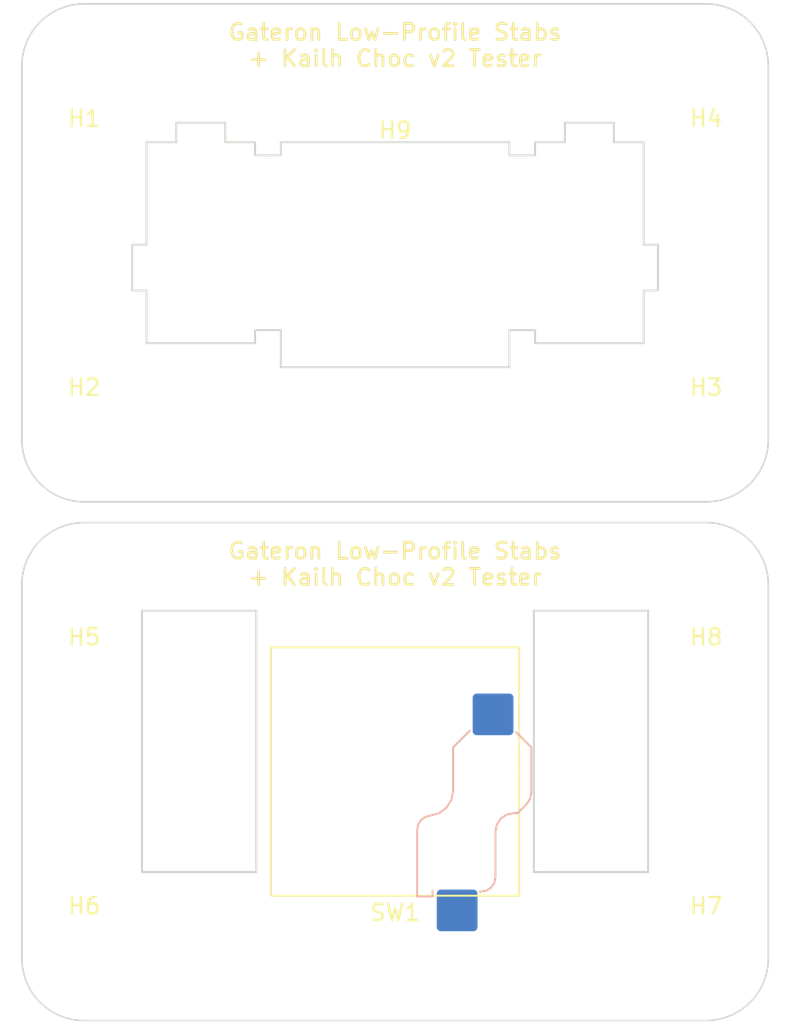
<source format=kicad_pcb>
(kicad_pcb (version 20211014) (generator pcbnew)
  (layers (0 "F.Cu" signal) (31 "B.Cu" signal) (34 "B.Paste" user) (35 "F.Paste" user) (36 "B.SilkS" user "B.Silkscreen") (37 "F.SilkS" user "F.Silkscreen") (38 "B.Mask" user) (39 "F.Mask" user) (44 "Edge.Cuts" user))
  (net 0 "")
  (footprint "MountingHole:MountingHole_2.2mm_M2" (layer "F.Cu") (at 146.05 138.43)
    (fp_text reference "H7" (at 0 -3.2) (layer "F.SilkS"))
    (fp_text value "MountingHole")
    (pad "" np_thru_hole circle (at 0 0) (size 2.2 2.2) (drill 2.2) (layers *.Cu *.Mask))
  )
  (footprint "MountingHole:MountingHole_2.2mm_M2" (layer "F.Cu") (at 107.95 106.68)
    (fp_text reference "H2" (at 0 -3.2) (layer "F.SilkS"))
    (fp_text value "MountingHole")
    (pad "" np_thru_hole circle (at 0 0) (size 2.2 2.2) (drill 2.2) (layers *.Cu *.Mask))
  )
  (footprint "MountingHole:MountingHole_2.2mm_M2" (layer "F.Cu") (at 146.05 106.68)
    (fp_text reference "H3" (at 0 -3.2) (layer "F.SilkS"))
    (fp_text value "MountingHole")
    (pad "" np_thru_hole circle (at 0 0) (size 2.2 2.2) (drill 2.2) (layers *.Cu *.Mask))
  )
  (footprint "MountingHole:MountingHole_2.2mm_M2" (layer "F.Cu") (at 146.05 115.57 180)
    (fp_text reference "H8" (at 0 -3.2) (layer "F.SilkS"))
    (fp_text value "MountingHole")
    (pad "" np_thru_hole circle (at 0 0 180) (size 2.2 2.2) (drill 2.2) (layers *.Cu *.Mask))
  )
  (footprint "Switch_Keyboard_Hotswap_Kailh_mine:SW_Hotswap_Kailh_Choc_V2_2.00u_90deg_Gateron_LP_Stabs" (layer "F.Cu") (at 127 127 -90)
    (fp_text reference "SW1" (at 8.636 0) (layer "F.SilkS"))
    (fp_text value "SW_Push")
    (fp_line (start 7.092 -5.892) (end 7.281 -5.609) (layer "B.SilkS") (width 0.12))
    (fp_line (start 2.633 -6.844) (end 2.877 -6.477) (layer "B.SilkS") (width 0.12))
    (fp_line (start 1.268 -8.346) (end 1.671 -8.266) (layer "B.SilkS") (width 0.12))
    (fp_line (start 1.671 -8.266) (end 2.013 -8.037) (layer "B.SilkS") (width 0.12))
    (fp_line (start 6.809 -6.081) (end 7.092 -5.892) (layer "B.SilkS") (width 0.12))
    (fp_line (start 6.482 -6.146) (end 6.809 -6.081) (layer "B.SilkS") (width 0.12))
    (fp_line (start 3.25 -1.413) (end 2.976 -1.583) (layer "B.SilkS") (width 0.12))
    (fp_line (start 1.168 -3.554) (end -1.479 -3.554) (layer "B.SilkS") (width 0.12))
    (fp_line (start 2.877 -6.477) (end 3.244 -6.233) (layer "B.SilkS") (width 0.12))
    (fp_line (start 2.976 -1.583) (end 2.783 -1.841) (layer "B.SilkS") (width 0.12))
    (fp_line (start -1.479 -3.554) (end -2.5 -4.575) (layer "B.SilkS") (width 0.12))
    (fp_line (start 2.546 -7.504) (end 2.546 -7.282) (layer "B.SilkS") (width 0.12))
    (fp_line (start 1.73 -3.449) (end 1.168 -3.554) (layer "B.SilkS") (width 0.12))
    (fp_line (start 2.547 -2.697) (end 2.209 -3.15) (layer "B.SilkS") (width 0.12))
    (fp_line (start 2.209 -3.15) (end 1.73 -3.449) (layer "B.SilkS") (width 0.12))
    (fp_line (start -1.479 -8.346) (end 1.268 -8.346) (layer "B.SilkS") (width 0.12))
    (fp_line (start 3.682 -6.146) (end 6.482 -6.146) (layer "B.SilkS") (width 0.12))
    (fp_line (start 2.546 -7.282) (end 2.633 -6.844) (layer "B.SilkS") (width 0.12))
    (fp_line (start 7.281 -5.609) (end 7.366 -5.182) (layer "B.SilkS") (width 0.12))
    (fp_line (start -2.416 -7.409) (end -1.479 -8.346) (layer "B.SilkS") (width 0.12))
    (fp_line (start 7.646 -1.354) (end 3.56 -1.354) (layer "B.SilkS") (width 0.12))
    (fp_line (start 7.646 -2.296) (end 7.646 -1.354) (layer "B.SilkS") (width 0.12))
    (fp_line (start 7.283 -2.296) (end 7.646 -2.296) (layer "B.SilkS") (width 0.12))
    (fp_line (start 3.244 -6.233) (end 3.682 -6.146) (layer "B.SilkS") (width 0.12))
    (fp_line (start 2.013 -8.037) (end 2.546 -7.504) (layer "B.SilkS") (width 0.12))
    (fp_line (start 2.701 -2.139) (end 2.547 -2.697) (layer "B.SilkS") (width 0.12))
    (fp_line (start 3.56 -1.354) (end 3.25 -1.413) (layer "B.SilkS") (width 0.12))
    (fp_line (start 2.783 -1.841) (end 2.701 -2.139) (layer "B.SilkS") (width 0.12))
    (fp_line (start -7.6 -7.6) (end -7.6 7.6) (layer "F.SilkS") (width 0.12))
    (fp_line (start 7.6 -7.6) (end -7.6 -7.6) (layer "F.SilkS") (width 0.12))
    (fp_line (start 7.6 7.6) (end 7.6 -7.6) (layer "F.SilkS") (width 0.12))
    (fp_line (start -7.6 7.6) (end 7.6 7.6) (layer "F.SilkS") (width 0.12))
    (fp_line (start 6.15 15.5) (end -9.85 15.5) (layer "Edge.Cuts") (width 0.12))
    (fp_line (start -9.85 -15.5) (end -9.85 -8.5) (layer "Edge.Cuts") (width 0.12))
    (fp_line (start -9.85 8.5) (end 6.15 8.5) (layer "Edge.Cuts") (width 0.12))
    (fp_line (start 6.15 8.5) (end 6.15 15.5) (layer "Edge.Cuts") (width 0.12))
    (fp_line (start 6.15 -15.5) (end 6.15 -8.5) (layer "Edge.Cuts") (width 0.12))
    (fp_line (start 6.15 -15.5) (end -9.85 -15.5) (layer "Edge.Cuts") (width 0.12))
    (fp_line (start 6.15 -8.5) (end -9.85 -8.5) (layer "Edge.Cuts") (width 0.12))
    (fp_line (start -9.85 15.5) (end -9.85 8.5) (layer "Edge.Cuts") (width 0.12))
    (pad "" np_thru_hole circle (at 5 -3.8 270) (size 3.05 3.05) (drill 3.05) (layers *.Cu *.Mask))
    (pad "" np_thru_hole circle (at 0 -5.9 270) (size 3.05 3.05) (drill 3.05) (layers *.Cu *.Mask))
    (pad "" np_thru_hole circle (at 0 0 270) (size 5.05 5.05) (drill 5.05) (layers *.Cu *.Mask))
    (pad "1" smd roundrect (at -3.5 -6 270) (size 2.55 2.5) (layers "B.Cu" "B.Paste" "B.Mask") (roundrect_rratio 0.1))
    (pad "2" smd roundrect (at 8.5 -3.8 270) (size 2.55 2.5) (layers "B.Cu" "B.Paste" "B.Mask") (roundrect_rratio 0.1))
  )
  (footprint "MountingHole:MountingHole_2.2mm_M2" (layer "F.Cu") (at 146.05 83.82 180)
    (fp_text reference "H4" (at 0 -3.2) (layer "F.SilkS"))
    (fp_text value "MountingHole")
    (pad "" np_thru_hole circle (at 0 0 180) (size 2.2 2.2) (drill 2.2) (layers *.Cu *.Mask))
  )
  (footprint "MountingHole:MountingHole_2.2mm_M2" (layer "F.Cu") (at 107.95 138.43)
    (fp_text reference "H6" (at 0 -3.2) (layer "F.SilkS"))
    (fp_text value "MountingHole")
    (pad "" np_thru_hole circle (at 0 0) (size 2.2 2.2) (drill 2.2) (layers *.Cu *.Mask))
  )
  (footprint "MountingHole:MountingHole_2.2mm_M2" (layer "F.Cu") (at 107.95 115.57 180)
    (fp_text reference "H5" (at 0 -3.2) (layer "F.SilkS"))
    (fp_text value "MountingHole")
    (pad "" np_thru_hole circle (at 0 0 180) (size 2.2 2.2) (drill 2.2) (layers *.Cu *.Mask))
  )
  (footprint "MountingHole:MountingHole_2.2mm_M2" (layer "F.Cu") (at 107.95 83.82 180)
    (fp_text reference "H1" (at 0 -3.2) (layer "F.SilkS"))
    (fp_text value "MountingHole")
    (pad "" np_thru_hole circle (at 0 0 180) (size 2.2 2.2) (drill 2.2) (layers *.Cu *.Mask))
  )
  (footprint "Mounting_Keyboard_Stabilizer:Cherry_Plate_Stabilizer_Cutout_2.00u" (layer "F.Cu") (at 127 95.25)
    (fp_text reference "H9" (at 0 -7.5 unlocked) (layer "F.SilkS"))
    (fp_text value "MountingHole")
    (fp_line (start -7 4.73) (end -7 7) (layer "Edge.Cuts") (width 0.12))
    (fp_line (start 15.225 5.53) (end 15.225 2.3) (layer "Edge.Cuts") (width 0.12))
    (fp_line (start 7 4.73) (end 8.575 4.73) (layer "Edge.Cuts") (width 0.12))
    (fp_line (start -7 7) (end 7 7) (layer "Edge.Cuts") (width 0.12))
    (fp_line (start -13.4 -7.97) (end -13.4 -6.77) (layer "Edge.Cuts") (width 0.12))
    (fp_line (start 13.4 -7.97) (end 10.4 -7.97) (layer "Edge.Cuts") (width 0.12))
    (fp_line (start 15.225 -0.5) (end 15.225 -6.77) (layer "Edge.Cuts") (width 0.12))
    (fp_line (start 13.4 -7.97) (end 13.4 -6.77) (layer "Edge.Cuts") (width 0.12))
    (fp_line (start -8.575 5.53) (end -8.575 4.73) (layer "Edge.Cuts") (width 0.12))
    (fp_line (start 10.4 -7.97) (end 10.4 -6.77) (layer "Edge.Cuts") (width 0.12))
    (fp_line (start -8.575 -6.77) (end -10.4 -6.77) (layer "Edge.Cuts") (width 0.12))
    (fp_line (start 8.575 -5.97) (end 7 -5.97) (layer "Edge.Cuts") (width 0.12))
    (fp_line (start 16.1 -0.5) (end 15.225 -0.5) (layer "Edge.Cuts") (width 0.12))
    (fp_line (start 7 -5.97) (end 7 -6.77) (layer "Edge.Cuts") (width 0.12))
    (fp_line (start -15.225 2.3) (end -15.225 5.53) (layer "Edge.Cuts") (width 0.12))
    (fp_line (start 15.225 -6.77) (end 13.4 -6.77) (layer "Edge.Cuts") (width 0.12))
    (fp_line (start 10.4 -6.77) (end 8.575 -6.77) (layer "Edge.Cuts") (width 0.12))
    (fp_line (start -15.225 -0.5) (end -16.1 -0.5) (layer "Edge.Cuts") (width 0.12))
    (fp_line (start 15.225 2.3) (end 16.1 2.3) (layer "Edge.Cuts") (width 0.12))
    (fp_line (start -10.4 -7.97) (end -13.4 -7.97) (layer "Edge.Cuts") (width 0.12))
    (fp_line (start 8.575 -6.77) (end 8.575 -5.97) (layer "Edge.Cuts") (width 0.12))
    (fp_line (start 8.575 5.53) (end 15.225 5.53) (layer "Edge.Cuts") (width 0.12))
    (fp_line (start -16.1 -0.5) (end -16.1 2.3) (layer "Edge.Cuts") (width 0.12))
    (fp_line (start -15.225 5.53) (end -8.575 5.53) (layer "Edge.Cuts") (width 0.12))
    (fp_line (start -8.575 -6.77) (end -8.575 -5.97) (layer "Edge.Cuts") (width 0.12))
    (fp_line (start 7 -6.77) (end -7 -6.77) (layer "Edge.Cuts") (width 0.12))
    (fp_line (start 8.575 5.53) (end 8.575 4.73) (layer "Edge.Cuts") (width 0.12))
    (fp_line (start 7 7) (end 7 4.73) (layer "Edge.Cuts") (width 0.12))
    (fp_line (start -8.575 4.73) (end -7 4.73) (layer "Edge.Cuts") (width 0.12))
    (fp_line (start -7 -5.97) (end -7 -6.77) (layer "Edge.Cuts") (width 0.12))
    (fp_line (start -13.4 -6.77) (end -15.225 -6.77) (layer "Edge.Cuts") (width 0.12))
    (fp_line (start -15.225 -0.5) (end -15.225 -6.77) (layer "Edge.Cuts") (width 0.12))
    (fp_line (start -16.1 2.3) (end -15.225 2.3) (layer "Edge.Cuts") (width 0.12))
    (fp_line (start -7 -5.97) (end -8.575 -5.97) (layer "Edge.Cuts") (width 0.12))
    (fp_line (start -10.4 -7.97) (end -10.4 -6.77) (layer "Edge.Cuts") (width 0.12))
    (fp_line (start 16.1 2.3) (end 16.1 -0.5) (layer "Edge.Cuts") (width 0.12))
  )
  (gr_arc (start 146.05 111.76) (mid 148.744077 112.875923) (end 149.86 115.57) (layer "Edge.Cuts") (width 0.1))
  (gr_line (start 104.14 115.57) (end 104.14 138.43) (layer "Edge.Cuts") (width 0.1))
  (gr_line (start 104.14 83.82) (end 104.14 106.68) (layer "Edge.Cuts") (width 0.1))
  (gr_line (start 149.86 138.43) (end 149.86 115.57) (layer "Edge.Cuts") (width 0.1))
  (gr_arc (start 104.14 115.57) (mid 105.255923 112.875923) (end 107.95 111.76) (layer "Edge.Cuts") (width 0.1))
  (gr_arc (start 104.14 83.82) (mid 105.255923 81.125923) (end 107.95 80.01) (layer "Edge.Cuts") (width 0.1))
  (gr_arc (start 107.95 110.49) (mid 105.255923 109.374077) (end 104.14 106.68) (layer "Edge.Cuts") (width 0.1))
  (gr_arc (start 107.95 142.24) (mid 105.255923 141.124077) (end 104.14 138.43) (layer "Edge.Cuts") (width 0.1))
  (gr_arc (start 146.05 80.01) (mid 148.744077 81.125923) (end 149.86 83.82) (layer "Edge.Cuts") (width 0.1))
  (gr_arc (start 149.86 138.43) (mid 148.744077 141.124077) (end 146.05 142.24) (layer "Edge.Cuts") (width 0.1))
  (gr_line (start 107.95 111.76) (end 146.05 111.76) (layer "Edge.Cuts") (width 0.1))
  (gr_line (start 107.95 142.24) (end 146.05 142.24) (layer "Edge.Cuts") (width 0.1))
  (gr_line (start 107.95 80.01) (end 146.05 80.01) (layer "Edge.Cuts") (width 0.1))
  (gr_line (start 107.95 110.49) (end 146.05 110.49) (layer "Edge.Cuts") (width 0.1))
  (gr_arc (start 149.86 106.68) (mid 148.744077 109.374077) (end 146.05 110.49) (layer "Edge.Cuts") (width 0.1))
  (gr_line (start 149.86 106.68) (end 149.86 83.82) (layer "Edge.Cuts") (width 0.1))
  (gr_text "Gateron Low-Profile Stabs\n+ Kailh Choc v2 Tester" (at 127 82.55) (layer "F.Cu") (effects (font (size 1 1))))
  (gr_text "Gateron Low-Profile Stabs\n+ Kailh Choc v2 Tester" (at 127 114.3) (layer "F.Cu") (effects (font (size 1 1))))
  (gr_text "Gateron Low-Profile Stabs\n+ Kailh Choc v2 Tester" (at 127 114.3) (layer "F.SilkS") (effects (font (size 1 1))))
  (gr_text "Gateron Low-Profile Stabs\n+ Kailh Choc v2 Tester" (at 127 82.55) (layer "F.SilkS") (effects (font (size 1 1))))
)
</source>
